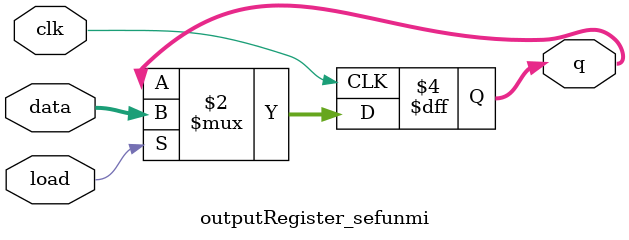
<source format=v>


module outputRegister_sefunmi(clk, load, data, q);
	input  		  clk, load;
	input  [15:0] data;
   output [15:0] q;
   reg    [15:0] q;

	// Register with active-high clock & asynchronous load
   always @(posedge clk) begin
      if (load)
         q <= data;
   end
    

endmodule

</source>
